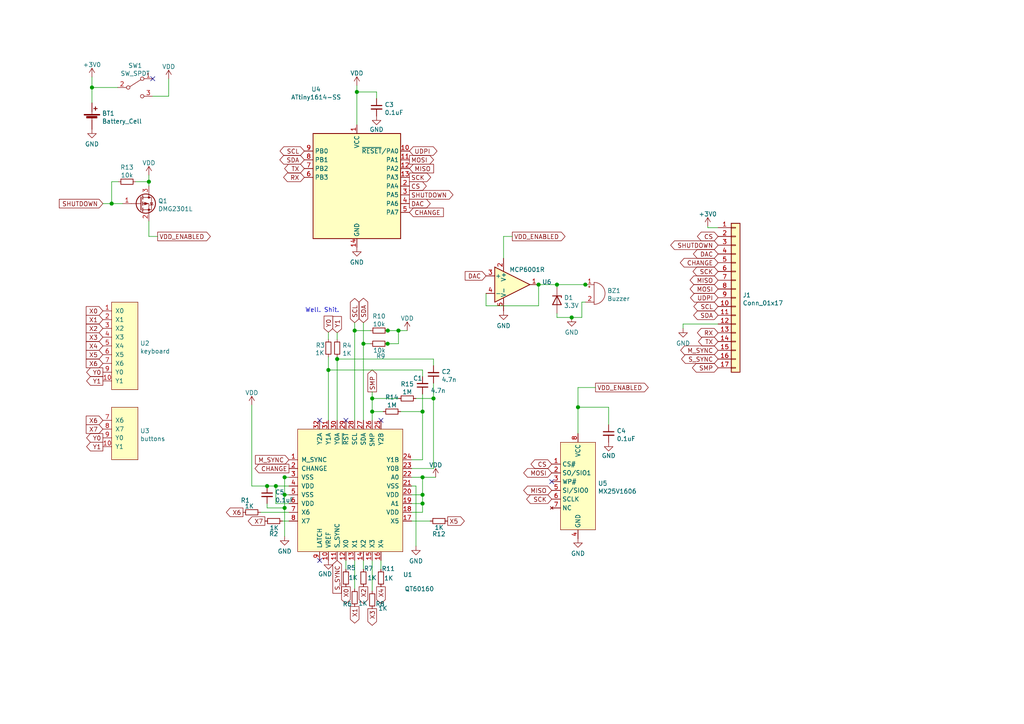
<source format=kicad_sch>
(kicad_sch (version 20210126) (generator eeschema)
  (paper "A4")
  (lib_symbols
    (symbol "Amplifier_Operational:MCP6001R" (pin_names (offset 0.127))
      (property "Reference" "U" (at 0 5.08 0))
      (property "Value" "MCP6001R" (at 0 -5.08 0))
      (symbol "MCP6001R_0_1"
        (polyline (pts (xy -5.08 5.08) (xy 5.08 0) (xy -5.08 -5.08) (xy -5.08 5.08)) (stroke (width 0.254)) (fill (type background)))
        (pin power_in line (at -2.54 7.62 270) (length 3.81) (name "V+") (number "2"))
        (pin power_in line (at -2.54 -7.62 90) (length 3.81) (name "V-") (number "5"))
      )
      (symbol "MCP6001R_1_1"
        (pin output line (at 7.62 0 180) (length 2.54) (name "~") (number "1"))
        (pin input line (at -7.62 2.54 0) (length 2.54) (name "+") (number "3"))
        (pin input line (at -7.62 -2.54 0) (length 2.54) (name "-") (number "4"))
      )
    )
    (symbol "Connector_Generic:Conn_01x17" (pin_names (offset 1.016) hide)
      (property "Reference" "J" (at 0 22.86 0))
      (property "Value" "Conn_01x17" (at 0 -22.86 0))
      (symbol "Conn_01x17_1_1"
        (rectangle (start -1.27 -20.193) (end 0 -20.447) (stroke (width 0.1524)))
        (rectangle (start -1.27 -17.653) (end 0 -17.907) (stroke (width 0.1524)))
        (rectangle (start -1.27 -15.113) (end 0 -15.367) (stroke (width 0.1524)))
        (rectangle (start -1.27 -12.573) (end 0 -12.827) (stroke (width 0.1524)))
        (rectangle (start -1.27 -10.033) (end 0 -10.287) (stroke (width 0.1524)))
        (rectangle (start -1.27 -7.493) (end 0 -7.747) (stroke (width 0.1524)))
        (rectangle (start -1.27 -4.953) (end 0 -5.207) (stroke (width 0.1524)))
        (rectangle (start -1.27 -2.413) (end 0 -2.667) (stroke (width 0.1524)))
        (rectangle (start -1.27 0.127) (end 0 -0.127) (stroke (width 0.1524)))
        (rectangle (start -1.27 2.667) (end 0 2.413) (stroke (width 0.1524)))
        (rectangle (start -1.27 5.207) (end 0 4.953) (stroke (width 0.1524)))
        (rectangle (start -1.27 7.747) (end 0 7.493) (stroke (width 0.1524)))
        (rectangle (start -1.27 10.287) (end 0 10.033) (stroke (width 0.1524)))
        (rectangle (start -1.27 12.827) (end 0 12.573) (stroke (width 0.1524)))
        (rectangle (start -1.27 15.367) (end 0 15.113) (stroke (width 0.1524)))
        (rectangle (start -1.27 17.907) (end 0 17.653) (stroke (width 0.1524)))
        (rectangle (start -1.27 20.447) (end 0 20.193) (stroke (width 0.1524)))
        (rectangle (start -1.27 21.59) (end 1.27 -21.59) (stroke (width 0.254)) (fill (type background)))
        (pin passive line (at -5.08 20.32 0) (length 3.81) (name "Pin_1") (number "1"))
        (pin passive line (at -5.08 -2.54 0) (length 3.81) (name "Pin_10") (number "10"))
        (pin passive line (at -5.08 -5.08 0) (length 3.81) (name "Pin_11") (number "11"))
        (pin passive line (at -5.08 -7.62 0) (length 3.81) (name "Pin_12") (number "12"))
        (pin passive line (at -5.08 -10.16 0) (length 3.81) (name "Pin_13") (number "13"))
        (pin passive line (at -5.08 -12.7 0) (length 3.81) (name "Pin_14") (number "14"))
        (pin passive line (at -5.08 -15.24 0) (length 3.81) (name "Pin_15") (number "15"))
        (pin passive line (at -5.08 -17.78 0) (length 3.81) (name "Pin_16") (number "16"))
        (pin passive line (at -5.08 -20.32 0) (length 3.81) (name "Pin_17") (number "17"))
        (pin passive line (at -5.08 17.78 0) (length 3.81) (name "Pin_2") (number "2"))
        (pin passive line (at -5.08 15.24 0) (length 3.81) (name "Pin_3") (number "3"))
        (pin passive line (at -5.08 12.7 0) (length 3.81) (name "Pin_4") (number "4"))
        (pin passive line (at -5.08 10.16 0) (length 3.81) (name "Pin_5") (number "5"))
        (pin passive line (at -5.08 7.62 0) (length 3.81) (name "Pin_6") (number "6"))
        (pin passive line (at -5.08 5.08 0) (length 3.81) (name "Pin_7") (number "7"))
        (pin passive line (at -5.08 2.54 0) (length 3.81) (name "Pin_8") (number "8"))
        (pin passive line (at -5.08 0 0) (length 3.81) (name "Pin_9") (number "9"))
      )
    )
    (symbol "Device:Battery_Cell" (pin_numbers hide) (pin_names (offset 0) hide)
      (property "Reference" "BT" (at 2.54 2.54 0))
      (property "Value" "Battery_Cell" (at 2.54 0 0))
      (symbol "Battery_Cell_0_1"
        (rectangle (start -2.286 1.778) (end 2.286 1.524) (fill (type outline)))
        (rectangle (start -1.5748 1.1938) (end 1.4732 0.6858) (fill (type outline)))
        (polyline (pts (xy 0 0.762) (xy 0 0)))
        (polyline (pts (xy 0 1.778) (xy 0 2.54)))
        (polyline (pts (xy 0.508 3.429) (xy 1.524 3.429)) (stroke (width 0.254)))
        (polyline (pts (xy 1.016 3.937) (xy 1.016 2.921)) (stroke (width 0.254)))
      )
      (symbol "Battery_Cell_1_1"
        (pin passive line (at 0 5.08 270) (length 2.54) (name "+") (number "1"))
        (pin passive line (at 0 -2.54 90) (length 2.54) (name "-") (number "2"))
      )
    )
    (symbol "Device:Buzzer" (pin_names (offset 0.0254) hide)
      (property "Reference" "BZ" (at 3.81 1.27 0))
      (property "Value" "Buzzer" (at 3.81 -1.27 0))
      (symbol "Buzzer_0_1"
        (arc (start 0 -3.175) (end 0 3.175) (radius (at 0 0) (length 3.175) (angles -89.9 89.9)))
        (polyline (pts (xy -1.651 1.905) (xy -1.143 1.905)))
        (polyline (pts (xy -1.397 2.159) (xy -1.397 1.651)))
        (polyline (pts (xy 0 3.175) (xy 0 -3.175)))
      )
      (symbol "Buzzer_1_1"
        (pin passive line (at -2.54 2.54 0) (length 2.54) (name "-") (number "1"))
        (pin passive line (at -2.54 -2.54 0) (length 2.54) (name "+") (number "2"))
      )
    )
    (symbol "Device:C_Small" (pin_numbers hide) (pin_names (offset 0.254) hide)
      (property "Reference" "C" (at 0.254 1.778 0))
      (property "Value" "C_Small" (at 0.254 -2.032 0))
      (symbol "C_Small_0_1"
        (polyline (pts (xy -1.524 -0.508) (xy 1.524 -0.508)) (stroke (width 0.3302)))
        (polyline (pts (xy -1.524 0.508) (xy 1.524 0.508)) (stroke (width 0.3048)))
      )
      (symbol "C_Small_1_1"
        (pin passive line (at 0 2.54 270) (length 2.032) (name "~") (number "1"))
        (pin passive line (at 0 -2.54 90) (length 2.032) (name "~") (number "2"))
      )
    )
    (symbol "Device:D_Zener" (pin_numbers hide) (pin_names (offset 1.016) hide)
      (property "Reference" "D" (at 0 2.54 0))
      (property "Value" "D_Zener" (at 0 -2.54 0))
      (symbol "D_Zener_0_1"
        (polyline (pts (xy 1.27 0) (xy -1.27 0)))
        (polyline (pts (xy -1.27 -1.27) (xy -1.27 1.27) (xy -0.762 1.27)) (stroke (width 0.254)))
        (polyline (pts (xy 1.27 -1.27) (xy 1.27 1.27) (xy -1.27 0) (xy 1.27 -1.27)) (stroke (width 0.254)))
      )
      (symbol "D_Zener_1_1"
        (pin passive line (at -3.81 0 0) (length 2.54) (name "K") (number "1"))
        (pin passive line (at 3.81 0 180) (length 2.54) (name "A") (number "2"))
      )
    )
    (symbol "Device:R_Small" (pin_numbers hide) (pin_names (offset 0.254) hide)
      (property "Reference" "R" (at 0.762 0.508 0))
      (property "Value" "R_Small" (at 0.762 -1.016 0))
      (symbol "R_Small_0_1"
        (rectangle (start -0.762 1.778) (end 0.762 -1.778) (stroke (width 0.2032)))
      )
      (symbol "R_Small_1_1"
        (pin passive line (at 0 2.54 270) (length 0.762) (name "~") (number "1"))
        (pin passive line (at 0 -2.54 90) (length 0.762) (name "~") (number "2"))
      )
    )
    (symbol "MCU_Microchip_ATtiny:ATtiny1614-SS"
      (property "Reference" "U" (at -12.7 16.51 0))
      (property "Value" "ATtiny1614-SS" (at 2.54 -16.51 0))
      (symbol "ATtiny1614-SS_0_1"
        (rectangle (start -12.7 -15.24) (end 12.7 15.24) (stroke (width 0.254)) (fill (type background)))
      )
      (symbol "ATtiny1614-SS_1_1"
        (pin power_in line (at 0 17.78 270) (length 2.54) (name "VCC") (number "1"))
        (pin bidirectional line (at 15.24 10.16 180) (length 2.54) (name "~RESET~/PA0") (number "10"))
        (pin bidirectional line (at 15.24 7.62 180) (length 2.54) (name "PA1") (number "11"))
        (pin bidirectional line (at 15.24 5.08 180) (length 2.54) (name "PA2") (number "12"))
        (pin bidirectional line (at 15.24 2.54 180) (length 2.54) (name "PA3") (number "13"))
        (pin power_in line (at 0 -17.78 90) (length 2.54) (name "GND") (number "14"))
        (pin bidirectional line (at 15.24 0 180) (length 2.54) (name "PA4") (number "2"))
        (pin bidirectional line (at 15.24 -2.54 180) (length 2.54) (name "PA5") (number "3"))
        (pin bidirectional line (at 15.24 -5.08 180) (length 2.54) (name "PA6") (number "4"))
        (pin bidirectional line (at 15.24 -7.62 180) (length 2.54) (name "PA7") (number "5"))
        (pin bidirectional line (at -15.24 2.54 0) (length 2.54) (name "PB3") (number "6"))
        (pin bidirectional line (at -15.24 5.08 0) (length 2.54) (name "PB2") (number "7"))
        (pin bidirectional line (at -15.24 7.62 0) (length 2.54) (name "PB1") (number "8"))
        (pin bidirectional line (at -15.24 10.16 0) (length 2.54) (name "PB0") (number "9"))
      )
    )
    (symbol "MX25V1606:MX25V1606"
      (property "Reference" "U" (at 2.54 13.97 0))
      (property "Value" "MX25V1606" (at 6.35 -15.24 0))
      (symbol "MX25V1606_0_0"
        (rectangle (start -5.08 12.7) (end 5.08 -12.7) (stroke (width 0.1524)) (fill (type background)))
      )
      (symbol "MX25V1606_1_1"
        (pin input line (at -7.62 6.35 0) (length 2.54) (name "CS#") (number "1"))
        (pin output line (at -7.62 3.81 0) (length 2.54) (name "SO/SIO1") (number "2"))
        (pin input line (at -7.62 1.27 0) (length 2.54) (name "WP#") (number "3"))
        (pin power_in line (at 0 -15.24 90) (length 2.54) (name "GND") (number "4"))
        (pin input line (at -7.62 -1.27 0) (length 2.54) (name "SI/SIO0") (number "5"))
        (pin input line (at -7.62 -3.81 0) (length 2.54) (name "SCLK") (number "6"))
        (pin no_connect line (at -7.62 -6.35 0) (length 2.54) (name "NC") (number "7"))
        (pin power_in line (at 0 15.24 270) (length 2.54) (name "VCC") (number "8"))
      )
    )
    (symbol "QT60160:QT60160" (pin_names (offset 1.016))
      (property "Reference" "U" (at 0 31.75 0))
      (property "Value" "QT60160" (at -1.27 -27.94 0))
      (symbol "QT60160_0_1"
        (rectangle (start -15.24 17.78) (end 15.24 -17.78) (fill (type background)))
      )
      (symbol "QT60160_1_1"
        (pin input line (at -17.78 8.89 0) (length 2.54) (name "M_SYNC") (number "1"))
        (pin input line (at -6.35 -20.32 90) (length 2.54) (name "VREF") (number "10"))
        (pin output line (at -3.81 -20.32 90) (length 2.54) (name "S_SYNC") (number "11"))
        (pin output line (at -1.27 -20.32 90) (length 2.54) (name "X0") (number "12"))
        (pin output line (at 1.27 -20.32 90) (length 2.54) (name "X1") (number "13"))
        (pin output line (at 3.81 -20.32 90) (length 2.54) (name "X2") (number "14"))
        (pin output line (at 6.35 -20.32 90) (length 2.54) (name "X3") (number "15"))
        (pin output line (at 8.89 -20.32 90) (length 2.54) (name "X4") (number "16"))
        (pin output line (at 17.78 -8.89 180) (length 2.54) (name "X5") (number "17"))
        (pin power_in line (at 17.78 -6.35 180) (length 2.54) (name "VDD") (number "18"))
        (pin input line (at 17.78 -3.81 180) (length 2.54) (name "A1") (number "19"))
        (pin output line (at -17.78 6.35 0) (length 2.54) (name "CHANGE") (number "2"))
        (pin power_in line (at 17.78 -1.27 180) (length 2.54) (name "VDD") (number "20"))
        (pin power_in line (at 17.78 1.27 180) (length 2.54) (name "VSS") (number "21"))
        (pin input line (at 17.78 3.81 180) (length 2.54) (name "A0") (number "22"))
        (pin input line (at 17.78 6.35 180) (length 2.54) (name "Y0B") (number "23"))
        (pin input line (at 17.78 8.89 180) (length 2.54) (name "Y1B") (number "24"))
        (pin input line (at 8.89 20.32 270) (length 2.54) (name "Y2B") (number "25"))
        (pin output line (at 6.35 20.32 270) (length 2.54) (name "SMP") (number "26"))
        (pin bidirectional line (at 3.81 20.32 270) (length 2.54) (name "SDA") (number "27"))
        (pin bidirectional line (at 1.27 20.32 270) (length 2.54) (name "SCL") (number "28"))
        (pin input line (at -1.27 20.32 270) (length 2.54) (name "~RST") (number "29"))
        (pin power_in line (at -17.78 3.81 0) (length 2.54) (name "VSS") (number "3"))
        (pin input line (at -3.81 20.32 270) (length 2.54) (name "Y0A") (number "30"))
        (pin input line (at -6.35 20.32 270) (length 2.54) (name "Y1A") (number "31"))
        (pin input line (at -8.89 20.32 270) (length 2.54) (name "Y2A") (number "32"))
        (pin power_in line (at -17.78 1.27 0) (length 2.54) (name "VDD") (number "4"))
        (pin power_in line (at -17.78 -1.27 0) (length 2.54) (name "VSS") (number "5"))
        (pin power_in line (at -17.78 -3.81 0) (length 2.54) (name "VDD") (number "6"))
        (pin output line (at -17.78 -6.35 0) (length 2.54) (name "X6") (number "7"))
        (pin output line (at -17.78 -8.89 0) (length 2.54) (name "X7") (number "8"))
        (pin output line (at -8.89 -20.32 90) (length 2.54) (name "LATCH") (number "9"))
      )
    )
    (symbol "Switch:SW_SPDT" (pin_names (offset 0) hide)
      (property "Reference" "SW" (at 0 4.318 0))
      (property "Value" "SW_SPDT" (at 0 -5.08 0))
      (symbol "SW_SPDT_0_0"
        (circle (center -2.032 0) (radius 0.508))
        (circle (center 2.032 -2.54) (radius 0.508))
      )
      (symbol "SW_SPDT_0_1"
        (circle (center 2.032 2.54) (radius 0.508))
        (polyline (pts (xy -1.524 0.254) (xy 1.651 2.286)))
      )
      (symbol "SW_SPDT_1_1"
        (pin passive line (at 5.08 2.54 180) (length 2.54) (name "A") (number "1"))
        (pin passive line (at -5.08 0 0) (length 2.54) (name "B") (number "2"))
        (pin passive line (at 5.08 -2.54 180) (length 2.54) (name "C") (number "3"))
      )
    )
    (symbol "Transistor_FET:DMG2301L" (pin_names hide)
      (property "Reference" "Q" (at 5.08 1.905 0))
      (property "Value" "DMG2301L" (at 5.08 0 0))
      (symbol "DMG2301L_0_1"
        (circle (center 1.651 0) (radius 2.794) (stroke (width 0.254)))
        (circle (center 2.54 -1.778) (radius 0.254) (fill (type outline)))
        (circle (center 2.54 1.778) (radius 0.254) (fill (type outline)))
        (polyline (pts (xy 0.254 0) (xy -2.54 0)))
        (polyline (pts (xy 0.254 1.905) (xy 0.254 -1.905)) (stroke (width 0.254)))
        (polyline (pts (xy 0.762 -1.27) (xy 0.762 -2.286)) (stroke (width 0.254)))
        (polyline (pts (xy 0.762 0.508) (xy 0.762 -0.508)) (stroke (width 0.254)))
        (polyline (pts (xy 0.762 2.286) (xy 0.762 1.27)) (stroke (width 0.254)))
        (polyline (pts (xy 2.54 2.54) (xy 2.54 1.778)))
        (polyline (pts (xy 2.54 -2.54) (xy 2.54 0) (xy 0.762 0)))
        (polyline (pts (xy 0.762 1.778) (xy 3.302 1.778) (xy 3.302 -1.778) (xy 0.762 -1.778)))
        (polyline (pts (xy 2.794 -0.508) (xy 2.921 -0.381) (xy 3.683 -0.381) (xy 3.81 -0.254)))
        (polyline (pts (xy 3.302 -0.381) (xy 2.921 0.254) (xy 3.683 0.254) (xy 3.302 -0.381)))
        (polyline (pts (xy 2.286 0) (xy 1.27 0.381) (xy 1.27 -0.381) (xy 2.286 0)) (fill (type outline)))
      )
      (symbol "DMG2301L_1_1"
        (pin input line (at -5.08 0 0) (length 2.54) (name "G") (number "1"))
        (pin passive line (at 2.54 -5.08 90) (length 2.54) (name "S") (number "2"))
        (pin passive line (at 2.54 5.08 270) (length 2.54) (name "D") (number "3"))
      )
    )
    (symbol "keyboard-13:buttons" (pin_names (offset 1.016))
      (property "Reference" "U" (at 0 13.97 0))
      (property "Value" "buttons" (at 0 -13.97 0))
      (symbol "buttons_0_1"
        (rectangle (start -3.81 7.62) (end 3.81 -7.62) (fill (type background)))
      )
      (symbol "buttons_1_1"
        (pin input line (at -6.35 -3.81 0) (length 2.54) (name "Y1") (number "10"))
        (pin input line (at -6.35 3.81 0) (length 2.54) (name "X6") (number "7"))
        (pin input line (at -6.35 1.27 0) (length 2.54) (name "X7") (number "8"))
        (pin input line (at -6.35 -1.27 0) (length 2.54) (name "Y0") (number "9"))
      )
    )
    (symbol "keyboard-13:keyboard" (pin_names (offset 1.016))
      (property "Reference" "U" (at 0 15.24 0))
      (property "Value" "keyboard" (at 0 -16.51 0))
      (symbol "keyboard_0_1"
        (rectangle (start -3.81 12.7) (end 3.81 -12.7) (fill (type background)))
      )
      (symbol "keyboard_1_1"
        (pin input line (at -6.35 10.16 0) (length 2.54) (name "X0") (number "1"))
        (pin input line (at -6.35 -10.16 0) (length 2.54) (name "Y1") (number "10"))
        (pin input line (at -6.35 7.62 0) (length 2.54) (name "X1") (number "2"))
        (pin input line (at -6.35 5.08 0) (length 2.54) (name "X2") (number "3"))
        (pin input line (at -6.35 2.54 0) (length 2.54) (name "X3") (number "4"))
        (pin input line (at -6.35 0 0) (length 2.54) (name "X4") (number "5"))
        (pin input line (at -6.35 -2.54 0) (length 2.54) (name "X5") (number "6"))
        (pin input line (at -6.35 -5.08 0) (length 2.54) (name "X6") (number "7"))
        (pin input line (at -6.35 -7.62 0) (length 2.54) (name "Y0") (number "9"))
      )
    )
    (symbol "power:+3V0" (power) (pin_names (offset 0))
      (property "Value" "+3V0" (at 0 3.556 0))
      (symbol "+3V0_0_1"
        (polyline (pts (xy -0.762 1.27) (xy 0 2.54)))
        (polyline (pts (xy 0 0) (xy 0 2.54)))
        (polyline (pts (xy 0 2.54) (xy 0.762 1.27)))
      )
      (symbol "+3V0_1_1"
        (pin power_in line (at 0 0 90) (length 0) hide (name "+3V0") (number "1"))
      )
    )
    (symbol "power:GND" (power) (pin_names (offset 0))
      (property "Value" "GND" (at 0 -3.81 0))
      (symbol "GND_0_1"
        (polyline (pts (xy 0 0) (xy 0 -1.27) (xy 1.27 -1.27) (xy 0 -2.54) (xy -1.27 -1.27) (xy 0 -1.27)))
      )
      (symbol "GND_1_1"
        (pin power_in line (at 0 0 270) (length 0) hide (name "GND") (number "1"))
      )
    )
    (symbol "power:VDD" (power) (pin_names (offset 0))
      (property "Value" "VDD" (at 0 3.81 0))
      (symbol "VDD_0_1"
        (polyline (pts (xy -0.762 1.27) (xy 0 2.54)))
        (polyline (pts (xy 0 0) (xy 0 2.54)))
        (polyline (pts (xy 0 2.54) (xy 0.762 1.27)))
      )
      (symbol "VDD_1_1"
        (pin power_in line (at 0 0 90) (length 0) hide (name "VDD") (number "1"))
      )
    )
  )
  (junction (at 26.67 25.3746) (diameter 1.016))
  (junction (at 32.385 59.055) (diameter 1.016))
  (junction (at 43.18 52.705) (diameter 1.016))
  (junction (at 77.47 140.97) (diameter 1.016))
  (junction (at 80.01 140.97) (diameter 1.016))
  (junction (at 82.55 138.43) (diameter 1.016))
  (junction (at 82.55 143.51) (diameter 1.016))
  (junction (at 82.55 147.32) (diameter 1.016))
  (junction (at 95.25 107.315) (diameter 1.016))
  (junction (at 97.79 104.14) (diameter 1.016))
  (junction (at 102.87 95.885) (diameter 1.016))
  (junction (at 103.505 26.67) (diameter 1.016))
  (junction (at 105.41 99.695) (diameter 1.016))
  (junction (at 107.95 115.57) (diameter 1.016))
  (junction (at 107.95 119.38) (diameter 1.016))
  (junction (at 112.4204 99.695) (diameter 1.016))
  (junction (at 112.4712 95.885) (diameter 1.016))
  (junction (at 115.57 95.885) (diameter 1.016))
  (junction (at 122.555 119.38) (diameter 1.016))
  (junction (at 122.555 138.43) (diameter 1.016))
  (junction (at 122.555 143.51) (diameter 1.016))
  (junction (at 122.555 146.05) (diameter 1.016))
  (junction (at 125.73 115.57) (diameter 1.016))
  (junction (at 156.21 82.55) (diameter 1.016))
  (junction (at 161.544 82.55) (diameter 1.016))
  (junction (at 165.8112 92.075) (diameter 1.016))
  (junction (at 167.64 118.11) (diameter 1.016))
  (junction (at 169.7736 82.55) (diameter 1.016))
  (no_connect (at 44.2976 22.8346))
  (no_connect (at 92.71 121.92))
  (no_connect (at 92.71 162.56))
  (no_connect (at 100.33 121.92))
  (no_connect (at 110.49 121.92))
  (no_connect (at 160.02 139.7))
  (wire (pts (xy 26.67 22.3266) (xy 26.67 25.3746)))
  (wire (pts (xy 26.67 25.3746) (xy 34.1376 25.3746)))
  (wire (pts (xy 26.67 29.845) (xy 26.67 25.3746)))
  (wire (pts (xy 29.845 59.055) (xy 32.385 59.055)))
  (wire (pts (xy 32.385 52.705) (xy 32.385 59.055)))
  (wire (pts (xy 32.385 59.055) (xy 35.56 59.055)))
  (wire (pts (xy 34.29 52.705) (xy 32.385 52.705)))
  (wire (pts (xy 39.37 52.705) (xy 43.18 52.705)))
  (wire (pts (xy 43.18 50.8) (xy 43.18 52.705)))
  (wire (pts (xy 43.18 52.705) (xy 43.18 53.975)))
  (wire (pts (xy 43.18 64.135) (xy 43.18 68.58)))
  (wire (pts (xy 43.18 68.58) (xy 45.72 68.58)))
  (wire (pts (xy 44.2976 27.9146) (xy 48.9204 27.9146)))
  (wire (pts (xy 48.9204 27.9146) (xy 48.9204 22.8854)))
  (wire (pts (xy 73.025 117.475) (xy 73.025 140.97)))
  (wire (pts (xy 73.025 140.97) (xy 77.47 140.97)))
  (wire (pts (xy 75.565 148.59) (xy 83.82 148.59)))
  (wire (pts (xy 77.47 140.97) (xy 80.01 140.97)))
  (wire (pts (xy 77.47 146.05) (xy 77.47 147.32)))
  (wire (pts (xy 77.47 147.32) (xy 82.55 147.32)))
  (wire (pts (xy 80.01 140.97) (xy 80.01 146.05)))
  (wire (pts (xy 80.01 140.97) (xy 83.82 140.97)))
  (wire (pts (xy 80.01 146.05) (xy 83.82 146.05)))
  (wire (pts (xy 81.915 151.13) (xy 83.82 151.13)))
  (wire (pts (xy 82.55 138.4046) (xy 82.55 138.43)))
  (wire (pts (xy 82.55 138.43) (xy 82.55 143.51)))
  (wire (pts (xy 82.55 138.43) (xy 83.82 138.43)))
  (wire (pts (xy 82.55 143.51) (xy 82.55 147.32)))
  (wire (pts (xy 82.55 143.51) (xy 83.82 143.51)))
  (wire (pts (xy 82.55 147.32) (xy 82.55 155.575)))
  (wire (pts (xy 95.25 96.393) (xy 95.25 98.425)))
  (wire (pts (xy 95.25 103.505) (xy 95.25 107.315)))
  (wire (pts (xy 95.25 107.315) (xy 95.25 121.92)))
  (wire (pts (xy 97.79 96.52) (xy 97.79 98.425)))
  (wire (pts (xy 97.79 103.505) (xy 97.79 104.14)))
  (wire (pts (xy 97.79 104.14) (xy 97.79 121.92)))
  (wire (pts (xy 100.33 162.56) (xy 100.33 165.1)))
  (wire (pts (xy 102.87 93.599) (xy 102.87 95.885)))
  (wire (pts (xy 102.87 95.885) (xy 102.87 121.92)))
  (wire (pts (xy 102.87 95.885) (xy 107.3912 95.885)))
  (wire (pts (xy 102.87 162.56) (xy 102.87 170.815)))
  (wire (pts (xy 103.505 24.7904) (xy 103.505 26.67)))
  (wire (pts (xy 103.505 26.67) (xy 103.505 36.195)))
  (wire (pts (xy 105.41 93.599) (xy 105.41 99.695)))
  (wire (pts (xy 105.41 99.695) (xy 105.41 121.92)))
  (wire (pts (xy 105.41 99.695) (xy 107.3404 99.695)))
  (wire (pts (xy 105.41 162.56) (xy 105.41 165.1)))
  (wire (pts (xy 107.95 113.665) (xy 107.95 115.57)))
  (wire (pts (xy 107.95 115.57) (xy 107.95 119.38)))
  (wire (pts (xy 107.95 115.57) (xy 115.57 115.57)))
  (wire (pts (xy 107.95 119.38) (xy 107.95 121.92)))
  (wire (pts (xy 107.95 119.38) (xy 111.125 119.38)))
  (wire (pts (xy 107.95 162.56) (xy 107.95 171.45)))
  (wire (pts (xy 109.22 26.67) (xy 103.505 26.67)))
  (wire (pts (xy 109.22 28.575) (xy 109.22 26.67)))
  (wire (pts (xy 110.49 162.56) (xy 110.49 165.1)))
  (wire (pts (xy 112.395 95.885) (xy 112.4712 95.885)))
  (wire (pts (xy 112.395 99.695) (xy 112.4204 99.695)))
  (wire (pts (xy 112.4204 99.695) (xy 115.57 99.695)))
  (wire (pts (xy 112.4712 95.885) (xy 115.57 95.885)))
  (wire (pts (xy 115.57 95.885) (xy 118.11 95.885)))
  (wire (pts (xy 115.57 99.695) (xy 115.57 95.885)))
  (wire (pts (xy 116.205 119.38) (xy 122.555 119.38)))
  (wire (pts (xy 119.38 133.35) (xy 122.555 133.35)))
  (wire (pts (xy 119.38 135.89) (xy 125.73 135.89)))
  (wire (pts (xy 119.38 138.43) (xy 122.555 138.43)))
  (wire (pts (xy 119.38 140.97) (xy 120.65 140.97)))
  (wire (pts (xy 119.38 143.51) (xy 122.555 143.51)))
  (wire (pts (xy 119.38 146.05) (xy 122.555 146.05)))
  (wire (pts (xy 119.38 148.59) (xy 122.555 148.59)))
  (wire (pts (xy 119.38 151.13) (xy 124.7648 151.13)))
  (wire (pts (xy 120.65 115.57) (xy 125.73 115.57)))
  (wire (pts (xy 120.65 140.97) (xy 120.65 158.3944)))
  (wire (pts (xy 122.555 107.315) (xy 95.25 107.315)))
  (wire (pts (xy 122.555 109.22) (xy 122.555 107.315)))
  (wire (pts (xy 122.555 114.3) (xy 122.555 119.38)))
  (wire (pts (xy 122.555 119.38) (xy 122.555 133.35)))
  (wire (pts (xy 122.555 138.43) (xy 126.365 138.43)))
  (wire (pts (xy 122.555 143.51) (xy 122.555 138.43)))
  (wire (pts (xy 122.555 146.05) (xy 122.555 143.51)))
  (wire (pts (xy 122.555 148.59) (xy 122.555 146.05)))
  (wire (pts (xy 125.73 104.14) (xy 97.79 104.14)))
  (wire (pts (xy 125.73 106.045) (xy 125.73 104.14)))
  (wire (pts (xy 125.73 111.125) (xy 125.73 115.57)))
  (wire (pts (xy 125.73 115.57) (xy 125.73 135.89)))
  (wire (pts (xy 140.97 88.6968) (xy 140.97 85.09)))
  (wire (pts (xy 146.05 68.58) (xy 146.05 74.93)))
  (wire (pts (xy 148.59 68.58) (xy 146.05 68.58)))
  (wire (pts (xy 156.21 82.55) (xy 156.21 88.6968)))
  (wire (pts (xy 156.21 82.55) (xy 161.544 82.55)))
  (wire (pts (xy 156.21 88.6968) (xy 140.97 88.6968)))
  (wire (pts (xy 161.544 82.55) (xy 161.544 83.2866)))
  (wire (pts (xy 161.544 82.55) (xy 169.7736 82.55)))
  (wire (pts (xy 161.544 90.9066) (xy 161.544 92.075)))
  (wire (pts (xy 161.544 92.075) (xy 165.8112 92.075)))
  (wire (pts (xy 167.64 112.395) (xy 167.64 118.11)))
  (wire (pts (xy 167.64 118.11) (xy 167.64 125.73)))
  (wire (pts (xy 167.64 118.11) (xy 176.53 118.11)))
  (wire (pts (xy 168.7576 87.63) (xy 168.7576 92.075)))
  (wire (pts (xy 168.7576 92.075) (xy 165.8112 92.075)))
  (wire (pts (xy 169.7736 82.55) (xy 169.799 82.55)))
  (wire (pts (xy 169.7736 87.63) (xy 168.7576 87.63)))
  (wire (pts (xy 172.72 112.395) (xy 167.64 112.395)))
  (wire (pts (xy 176.53 123.19) (xy 176.53 118.11)))
  (wire (pts (xy 198.12 93.98) (xy 198.12 95.25)))
  (wire (pts (xy 205.2828 66.04) (xy 205.2828 65.6336)))
  (wire (pts (xy 208.28 66.04) (xy 205.2828 66.04)))
  (wire (pts (xy 208.28 93.98) (xy 198.12 93.98)))
  (text "Well. Shit." (at 98.425 90.805 180) (effects (font (size 1.27 1.27)) (justify right bottom)))
  (global_label "SHUTDOWN" (shape input) (at 29.845 59.055 180) (property "Intersheet References" "${INTERSHEET_REFS}" (effects hide)))
  (global_label "X0" (shape input) (at 29.845 90.17 180) (property "Intersheet References" "${INTERSHEET_REFS}" (effects hide)))
  (global_label "X1" (shape input) (at 29.845 92.71 180) (property "Intersheet References" "${INTERSHEET_REFS}" (effects hide)))
  (global_label "X2" (shape input) (at 29.845 95.25 180) (property "Intersheet References" "${INTERSHEET_REFS}" (effects hide)))
  (global_label "X3" (shape input) (at 29.845 97.79 180) (property "Intersheet References" "${INTERSHEET_REFS}" (effects hide)))
  (global_label "X4" (shape input) (at 29.845 100.33 180) (property "Intersheet References" "${INTERSHEET_REFS}" (effects hide)))
  (global_label "X5" (shape input) (at 29.845 102.87 180) (property "Intersheet References" "${INTERSHEET_REFS}" (effects hide)))
  (global_label "X6" (shape input) (at 29.845 105.41 180) (property "Intersheet References" "${INTERSHEET_REFS}" (effects hide)))
  (global_label "Y0" (shape output) (at 29.845 107.95 180) (property "Intersheet References" "${INTERSHEET_REFS}" (effects hide)))
  (global_label "Y1" (shape output) (at 29.845 110.49 180) (property "Intersheet References" "${INTERSHEET_REFS}" (effects hide)))
  (global_label "X6" (shape input) (at 29.845 121.92 180) (property "Intersheet References" "${INTERSHEET_REFS}" (effects hide)))
  (global_label "X7" (shape input) (at 29.845 124.46 180) (property "Intersheet References" "${INTERSHEET_REFS}" (effects hide)))
  (global_label "Y0" (shape output) (at 29.845 127 180) (property "Intersheet References" "${INTERSHEET_REFS}" (effects hide)))
  (global_label "Y1" (shape output) (at 29.845 129.54 180) (property "Intersheet References" "${INTERSHEET_REFS}" (effects hide)))
  (global_label "VDD_ENABLED" (shape output) (at 45.72 68.58 0) (property "Intersheet References" "${INTERSHEET_REFS}" (effects hide)))
  (global_label "X6" (shape output) (at 70.485 148.59 180) (property "Intersheet References" "${INTERSHEET_REFS}" (effects hide)))
  (global_label "X7" (shape output) (at 76.835 151.13 180) (property "Intersheet References" "${INTERSHEET_REFS}" (effects hide)))
  (global_label "M_SYNC" (shape input) (at 83.82 133.35 180) (property "Intersheet References" "${INTERSHEET_REFS}" (effects hide)))
  (global_label "CHANGE" (shape output) (at 83.82 135.89 180) (property "Intersheet References" "${INTERSHEET_REFS}" (effects hide)))
  (global_label "SCL" (shape bidirectional) (at 88.265 43.815 180) (property "Intersheet References" "${INTERSHEET_REFS}" (effects hide)))
  (global_label "SDA" (shape bidirectional) (at 88.265 46.355 180) (property "Intersheet References" "${INTERSHEET_REFS}" (effects hide)))
  (global_label "TX" (shape bidirectional) (at 88.265 48.895 180) (property "Intersheet References" "${INTERSHEET_REFS}" (effects hide)))
  (global_label "RX" (shape bidirectional) (at 88.265 51.435 180) (property "Intersheet References" "${INTERSHEET_REFS}" (effects hide)))
  (global_label "Y0" (shape input) (at 95.25 96.393 90) (property "Intersheet References" "${INTERSHEET_REFS}" (effects hide)))
  (global_label "Y1" (shape input) (at 97.79 96.52 90) (property "Intersheet References" "${INTERSHEET_REFS}" (effects hide)))
  (global_label "S_SYNC" (shape input) (at 97.79 162.56 270) (property "Intersheet References" "${INTERSHEET_REFS}" (effects hide)))
  (global_label "X0" (shape output) (at 100.33 170.18 270) (property "Intersheet References" "${INTERSHEET_REFS}" (effects hide)))
  (global_label "SCL" (shape bidirectional) (at 102.87 93.599 90) (property "Intersheet References" "${INTERSHEET_REFS}" (effects hide)))
  (global_label "X1" (shape output) (at 102.87 175.895 270) (property "Intersheet References" "${INTERSHEET_REFS}" (effects hide)))
  (global_label "SDA" (shape bidirectional) (at 105.41 93.599 90) (property "Intersheet References" "${INTERSHEET_REFS}" (effects hide)))
  (global_label "X2" (shape output) (at 105.41 170.18 270) (property "Intersheet References" "${INTERSHEET_REFS}" (effects hide)))
  (global_label "SMP" (shape output) (at 107.95 113.665 90) (property "Intersheet References" "${INTERSHEET_REFS}" (effects hide)))
  (global_label "X3" (shape output) (at 107.95 176.53 270) (property "Intersheet References" "${INTERSHEET_REFS}" (effects hide)))
  (global_label "X4" (shape output) (at 110.49 170.18 270) (property "Intersheet References" "${INTERSHEET_REFS}" (effects hide)))
  (global_label "UDPI" (shape bidirectional) (at 118.745 43.815 0) (property "Intersheet References" "${INTERSHEET_REFS}" (effects hide)))
  (global_label "MOSI" (shape output) (at 118.745 46.355 0) (property "Intersheet References" "${INTERSHEET_REFS}" (effects hide)))
  (global_label "MISO" (shape input) (at 118.745 48.895 0) (property "Intersheet References" "${INTERSHEET_REFS}" (effects hide)))
  (global_label "SCK" (shape output) (at 118.745 51.435 0) (property "Intersheet References" "${INTERSHEET_REFS}" (effects hide)))
  (global_label "CS" (shape output) (at 118.745 53.975 0) (property "Intersheet References" "${INTERSHEET_REFS}" (effects hide)))
  (global_label "SHUTDOWN" (shape output) (at 118.745 56.515 0) (property "Intersheet References" "${INTERSHEET_REFS}" (effects hide)))
  (global_label "DAC" (shape output) (at 118.745 59.055 0) (property "Intersheet References" "${INTERSHEET_REFS}" (effects hide)))
  (global_label "CHANGE" (shape input) (at 118.745 61.595 0) (property "Intersheet References" "${INTERSHEET_REFS}" (effects hide)))
  (global_label "X5" (shape output) (at 129.8448 151.13 0) (property "Intersheet References" "${INTERSHEET_REFS}" (effects hide)))
  (global_label "DAC" (shape input) (at 140.97 80.01 180) (property "Intersheet References" "${INTERSHEET_REFS}" (effects hide)))
  (global_label "VDD_ENABLED" (shape output) (at 148.59 68.58 0) (property "Intersheet References" "${INTERSHEET_REFS}" (effects hide)))
  (global_label "CS" (shape bidirectional) (at 160.02 134.62 180) (property "Intersheet References" "${INTERSHEET_REFS}" (effects hide)))
  (global_label "MOSI" (shape bidirectional) (at 160.02 137.16 180) (property "Intersheet References" "${INTERSHEET_REFS}" (effects hide)))
  (global_label "MISO" (shape bidirectional) (at 160.02 142.24 180) (property "Intersheet References" "${INTERSHEET_REFS}" (effects hide)))
  (global_label "SCK" (shape bidirectional) (at 160.02 144.78 180) (property "Intersheet References" "${INTERSHEET_REFS}" (effects hide)))
  (global_label "VDD_ENABLED" (shape output) (at 172.72 112.395 0) (property "Intersheet References" "${INTERSHEET_REFS}" (effects hide)))
  (global_label "CS" (shape bidirectional) (at 208.28 68.58 180) (property "Intersheet References" "${INTERSHEET_REFS}" (effects hide)))
  (global_label "SHUTDOWN" (shape bidirectional) (at 208.28 71.12 180) (property "Intersheet References" "${INTERSHEET_REFS}" (effects hide)))
  (global_label "DAC" (shape bidirectional) (at 208.28 73.66 180) (property "Intersheet References" "${INTERSHEET_REFS}" (effects hide)))
  (global_label "CHANGE" (shape bidirectional) (at 208.28 76.2 180) (property "Intersheet References" "${INTERSHEET_REFS}" (effects hide)))
  (global_label "SCK" (shape bidirectional) (at 208.28 78.74 180) (property "Intersheet References" "${INTERSHEET_REFS}" (effects hide)))
  (global_label "MISO" (shape bidirectional) (at 208.28 81.28 180) (property "Intersheet References" "${INTERSHEET_REFS}" (effects hide)))
  (global_label "MOSI" (shape bidirectional) (at 208.28 83.82 180) (property "Intersheet References" "${INTERSHEET_REFS}" (effects hide)))
  (global_label "UDPI" (shape bidirectional) (at 208.28 86.36 180) (property "Intersheet References" "${INTERSHEET_REFS}" (effects hide)))
  (global_label "SCL" (shape bidirectional) (at 208.28 88.9 180) (property "Intersheet References" "${INTERSHEET_REFS}" (effects hide)))
  (global_label "SDA" (shape bidirectional) (at 208.28 91.44 180) (property "Intersheet References" "${INTERSHEET_REFS}" (effects hide)))
  (global_label "RX" (shape bidirectional) (at 208.28 96.52 180) (property "Intersheet References" "${INTERSHEET_REFS}" (effects hide)))
  (global_label "TX" (shape bidirectional) (at 208.28 99.06 180) (property "Intersheet References" "${INTERSHEET_REFS}" (effects hide)))
  (global_label "M_SYNC" (shape bidirectional) (at 208.28 101.6 180) (property "Intersheet References" "${INTERSHEET_REFS}" (effects hide)))
  (global_label "S_SYNC" (shape bidirectional) (at 208.28 104.14 180) (property "Intersheet References" "${INTERSHEET_REFS}" (effects hide)))
  (global_label "SMP" (shape bidirectional) (at 208.28 106.68 180) (property "Intersheet References" "${INTERSHEET_REFS}" (effects hide)))
  (symbol (lib_id "power:+3V0") (at 26.67 22.3266 0) (unit 1)
    (property "Reference" "#PWR0108" (effects hide))
    (property "Value" "+3V0" (at 26.67 18.7792 0))
  )
  (symbol (lib_id "power:VDD") (at 43.18 50.8 0) (unit 1)
    (property "Reference" "#PWR0112" (effects hide))
    (property "Value" "VDD" (at 43.18 47.2526 0))
  )
  (symbol (lib_id "power:VDD") (at 48.9204 22.8854 0) (unit 1)
    (property "Reference" "#PWR0107" (effects hide))
    (property "Value" "VDD" (at 48.9204 19.338 0))
  )
  (symbol (lib_id "power:VDD") (at 73.025 117.475 0) (unit 1)
    (property "Reference" "#PWR0102" (effects hide))
    (property "Value" "VDD" (at 73.025 113.9276 0))
  )
  (symbol (lib_id "power:VDD") (at 103.505 24.7904 0) (unit 1)
    (property "Reference" "#PWR0117" (effects hide))
    (property "Value" "VDD" (at 103.505 21.243 0))
  )
  (symbol (lib_id "power:VDD") (at 118.11 95.885 0) (unit 1)
    (property "Reference" "#PWR0104" (effects hide))
    (property "Value" "VDD" (at 118.11 92.3376 0))
  )
  (symbol (lib_id "power:VDD") (at 126.365 138.43 0) (unit 1)
    (property "Reference" "#PWR0101" (effects hide))
    (property "Value" "VDD" (at 126.365 134.8826 0))
  )
  (symbol (lib_id "power:+3V0") (at 205.2828 65.6336 0) (unit 1)
    (property "Reference" "#PWR0113" (effects hide))
    (property "Value" "+3V0" (at 205.2828 62.0862 0))
  )
  (symbol (lib_id "power:GND") (at 26.67 37.465 0) (unit 1)
    (property "Reference" "#PWR0109" (effects hide))
    (property "Value" "GND" (at 26.67 41.7894 0))
  )
  (symbol (lib_id "power:GND") (at 82.55 155.575 0) (unit 1)
    (property "Reference" "#PWR0103" (effects hide))
    (property "Value" "GND" (at 82.55 159.8994 0))
  )
  (symbol (lib_id "power:GND") (at 95.25 162.56 0) (unit 1)
    (property "Reference" "#PWR0105" (effects hide))
    (property "Value" "GND" (at 94.2848 166.478 0))
  )
  (symbol (lib_id "power:GND") (at 103.505 71.755 0) (unit 1)
    (property "Reference" "#PWR0110" (effects hide))
    (property "Value" "GND" (at 103.505 76.0794 0))
  )
  (symbol (lib_id "power:GND") (at 109.22 33.655 0) (unit 1)
    (property "Reference" "#PWR0118" (effects hide))
    (property "Value" "GND" (at 109.22 37.573 0))
  )
  (symbol (lib_id "power:GND") (at 120.65 158.3944 0) (unit 1)
    (property "Reference" "#PWR0106" (effects hide))
    (property "Value" "GND" (at 120.65 162.7188 0))
  )
  (symbol (lib_id "power:GND") (at 146.05 90.17 0) (unit 1)
    (property "Reference" "#PWR0115" (effects hide))
    (property "Value" "GND" (at 146.05 94.4944 0))
  )
  (symbol (lib_id "power:GND") (at 165.8112 92.075 0) (unit 1)
    (property "Reference" "#PWR0116" (effects hide))
    (property "Value" "GND" (at 165.8112 96.3994 0))
  )
  (symbol (lib_id "power:GND") (at 167.64 156.21 0) (unit 1)
    (property "Reference" "#PWR0111" (effects hide))
    (property "Value" "GND" (at 167.64 160.5344 0))
  )
  (symbol (lib_id "power:GND") (at 176.53 128.27 0) (unit 1)
    (property "Reference" "#PWR0119" (effects hide))
    (property "Value" "GND" (at 176.53 132.188 0))
  )
  (symbol (lib_id "power:GND") (at 198.12 95.25 0) (unit 1)
    (property "Reference" "#PWR?" (effects hide))
    (property "Value" "GND" (at 198.12 99.5744 0))
  )
  (symbol (lib_id "Device:R_Small") (at 36.83 52.705 270) (mirror x) (unit 1)
    (property "Reference" "R13" (at 36.83 48.5352 90))
    (property "Value" "10k" (at 36.83 50.8339 90))
    (property "Footprint" "Resistor_SMD:R_0603_1608Metric" (effects hide))
  )
  (symbol (lib_id "Device:R_Small") (at 73.025 148.59 90) (unit 1)
    (property "Reference" "R1" (at 71.1454 145.1314 90))
    (property "Value" "1K" (at 72.3138 146.8205 90))
    (property "Footprint" "Resistor_SMD:R_0603_1608Metric" (effects hide))
  )
  (symbol (lib_id "Device:R_Small") (at 79.375 151.13 270) (unit 1)
    (property "Reference" "R2" (at 79.375 154.8342 90))
    (property "Value" "1K" (at 79.5274 153.1197 90))
    (property "Footprint" "Resistor_SMD:R_0603_1608Metric" (effects hide))
  )
  (symbol (lib_id "Device:R_Small") (at 95.25 100.965 0) (unit 1)
    (property "Reference" "R3" (at 91.5671 100.1533 0) (effects (justify left)))
    (property "Value" "1K" (at 91.4147 102.3504 0) (effects (justify left)))
    (property "Footprint" "Resistor_SMD:R_0603_1608Metric" (effects hide))
  )
  (symbol (lib_id "Device:R_Small") (at 97.79 100.965 0) (unit 1)
    (property "Reference" "R4" (at 99.2887 100.2041 0) (effects (justify left)))
    (property "Value" "1K" (at 99.2887 102.5028 0) (effects (justify left)))
    (property "Footprint" "Resistor_SMD:R_0603_1608Metric" (effects hide))
  )
  (symbol (lib_id "Device:R_Small") (at 100.33 167.64 0) (unit 1)
    (property "Reference" "R5" (at 100.5079 164.6947 0) (effects (justify left)))
    (property "Value" "1K" (at 101.0667 167.5522 0) (effects (justify left)))
    (property "Footprint" "Resistor_SMD:R_0603_1608Metric" (effects hide))
  )
  (symbol (lib_id "Device:R_Small") (at 102.87 173.355 0) (unit 1)
    (property "Reference" "R6" (at 99.3903 175.1849 0) (effects (justify left)))
    (property "Value" "1K" (at 103.9115 174.9944 0) (effects (justify left)))
    (property "Footprint" "Resistor_SMD:R_0603_1608Metric" (effects hide))
  )
  (symbol (lib_id "Device:R_Small") (at 105.41 167.64 0) (unit 1)
    (property "Reference" "R7" (at 105.5371 164.8979 0) (effects (justify left)))
    (property "Value" "1K" (at 106.5531 167.603 0) (effects (justify left)))
    (property "Footprint" "Resistor_SMD:R_0603_1608Metric" (effects hide))
  )
  (symbol (lib_id "Device:R_Small") (at 107.95 173.99 0) (unit 1)
    (property "Reference" "R8" (at 108.8899 175.1595 0) (effects (justify left)))
    (property "Value" "1K" (at 109.7027 176.4422 0) (effects (justify left)))
    (property "Footprint" "Resistor_SMD:R_0603_1608Metric" (effects hide))
  )
  (symbol (lib_id "Device:R_Small") (at 109.8804 99.695 90) (unit 1)
    (property "Reference" "R9" (at 110.4392 103.2976 90))
    (property "Value" "10k" (at 110.0328 101.6339 90))
    (property "Footprint" "Resistor_SMD:R_0603_1608Metric" (effects hide))
  )
  (symbol (lib_id "Device:R_Small") (at 109.9312 95.885 270) (mirror x) (unit 1)
    (property "Reference" "R10" (at 109.9312 91.7152 90))
    (property "Value" "10k" (at 109.9312 94.0139 90))
    (property "Footprint" "Resistor_SMD:R_0603_1608Metric" (effects hide))
  )
  (symbol (lib_id "Device:R_Small") (at 110.49 167.64 0) (unit 1)
    (property "Reference" "R11" (at 110.6679 164.9487 0) (effects (justify left)))
    (property "Value" "1K" (at 111.3791 167.7046 0) (effects (justify left)))
    (property "Footprint" "Resistor_SMD:R_0603_1608Metric" (effects hide))
  )
  (symbol (lib_id "Device:R_Small") (at 113.665 119.38 90) (unit 1)
    (property "Reference" "R14" (at 113.665 115.2102 90))
    (property "Value" "1M" (at 113.665 117.5089 90))
    (property "Footprint" "Resistor_SMD:R_0603_1608Metric" (effects hide))
  )
  (symbol (lib_id "Device:R_Small") (at 118.11 115.57 90) (unit 1)
    (property "Reference" "R15" (at 118.11 111.4002 90))
    (property "Value" "1M" (at 118.11 113.6989 90))
    (property "Footprint" "Resistor_SMD:R_0603_1608Metric" (effects hide))
  )
  (symbol (lib_id "Device:R_Small") (at 127.3048 151.13 90) (unit 1)
    (property "Reference" "R12" (at 127.3048 154.885 90))
    (property "Value" "1K" (at 127.3556 153.0181 90))
    (property "Footprint" "Resistor_SMD:R_0603_1608Metric" (effects hide))
  )
  (symbol (lib_id "Device:C_Small") (at 77.47 143.51 0) (unit 1)
    (property "Reference" "C5" (at 79.7942 142.7491 0) (effects (justify left)))
    (property "Value" "0.1uF" (at 79.7942 145.0478 0) (effects (justify left)))
    (property "Footprint" "Capacitor_SMD:C_0603_1608Metric" (effects hide))
  )
  (symbol (lib_id "Device:C_Small") (at 109.22 31.115 0) (unit 1)
    (property "Reference" "C3" (at 111.5442 30.3541 0) (effects (justify left)))
    (property "Value" "0.1uF" (at 111.5442 32.6528 0) (effects (justify left)))
    (property "Footprint" "Capacitor_SMD:C_0603_1608Metric" (effects hide))
  )
  (symbol (lib_id "Device:C_Small") (at 122.555 111.76 180) (unit 1)
    (property "Reference" "C1" (at 119.7992 109.7291 0) (effects (justify right)))
    (property "Value" "4.7n" (at 124.8792 113.2978 0) (effects (justify right)))
    (property "Footprint" "Capacitor_SMD:C_0603_1608Metric" (effects hide))
  )
  (symbol (lib_id "Device:C_Small") (at 125.73 108.585 180) (unit 1)
    (property "Reference" "C2" (at 128.0542 107.8241 0) (effects (justify right)))
    (property "Value" "4.7n" (at 128.0542 110.1228 0) (effects (justify right)))
    (property "Footprint" "Capacitor_SMD:C_0603_1608Metric" (effects hide))
  )
  (symbol (lib_id "Device:C_Small") (at 176.53 125.73 0) (unit 1)
    (property "Reference" "C4" (at 178.8542 124.9691 0) (effects (justify left)))
    (property "Value" "0.1uF" (at 178.8542 127.2678 0) (effects (justify left)))
    (property "Footprint" "Capacitor_SMD:C_0603_1608Metric" (effects hide))
  )
  (symbol (lib_id "Device:D_Zener") (at 161.544 87.0966 270) (unit 1)
    (property "Reference" "D1" (at 163.5761 86.3357 90) (effects (justify left)))
    (property "Value" "3.3V" (at 163.5761 88.6344 90) (effects (justify left)))
    (property "Footprint" "Diode_SMD:D_SOD-323" (effects hide))
    (property "Datasheet" "https://media.digikey.com/pdf/Data%20Sheets/ON%20Semiconductor%20PDFs/MM3ZyyyT1G_SZMM3ZyyyT1G_Series_rev.11_Sep2014.pdf" (effects hide))
  )
  (symbol (lib_id "Device:Battery_Cell") (at 26.67 34.925 0) (unit 1)
    (property "Reference" "BT1" (at 29.5911 32.8941 0) (effects (justify left)))
    (property "Value" "Battery_Cell" (at 29.5911 35.1928 0) (effects (justify left)))
    (property "Footprint" "Battery:BatteryHolder_Keystone_3034_1x20mm" (effects hide))
    (property "Datasheet" "https://www.keyelco.com/userAssets/file/M65p9.pdf" (effects hide))
  )
  (symbol (lib_id "Device:Buzzer") (at 172.3136 85.09 0) (unit 1)
    (property "Reference" "BZ1" (at 176.1237 84.3291 0) (effects (justify left)))
    (property "Value" "Buzzer" (at 176.1237 86.6278 0) (effects (justify left)))
    (property "Footprint" "Buzzer_Beeper:Buzzer_Murata_PKLCS1212E" (effects hide))
    (property "Datasheet" "https://www.murata.com/~/media/webrenewal/support/library/catalog/products/sound/p37e.ashx?la=en-us" (effects hide))
  )
  (symbol (lib_id "Switch:SW_SPDT") (at 39.2176 25.3746 0) (unit 1)
    (property "Reference" "SW1" (at 39.2176 19.0204 0))
    (property "Value" "SW_SPDT" (at 39.2176 21.3191 0))
    (property "Footprint" "Button_Switch_SMD:SW_SPDT_CK-JS102011SAQN" (effects hide))
    (property "Datasheet" "https://www.ckswitches.com/media/1422/js.pdf" (effects hide))
  )
  (symbol (lib_id "Transistor_FET:DMG2301L") (at 40.64 59.055 0) (unit 1)
    (property "Reference" "Q1" (at 45.8471 58.2941 0) (effects (justify left)))
    (property "Value" "DMG2301L" (at 45.8471 60.5928 0) (effects (justify left)))
    (property "Footprint" "Package_TO_SOT_SMD:SOT-23" (effects hide))
    (property "Datasheet" "https://www.diodes.com/assets/Datasheets/DMG2301L.pdf" (effects hide))
  )
  (symbol (lib_id "keyboard-13:buttons") (at 36.195 125.73 0) (unit 1)
    (property "Reference" "U3" (at 40.6401 124.9691 0) (effects (justify left)))
    (property "Value" "buttons" (at 40.6401 127.2678 0) (effects (justify left)))
    (property "Footprint" "keys:3-buttons" (effects hide))
  )
  (symbol (lib_id "Amplifier_Operational:MCP6001R") (at 148.59 82.55 0) (unit 1)
    (property "Reference" "U6" (at 157.2261 81.7891 0) (effects (justify left)))
    (property "Value" "MCP6001R" (at 147.7265 78.195 0) (effects (justify left)))
    (property "Footprint" "Package_TO_SOT_SMD:SOT-23-5" (effects hide))
    (property "Datasheet" "https://ww1.microchip.com/downloads/en/DeviceDoc/MCP6001-1R-1U-2-4-1-MHz-Low-Power-Op-Amp-DS20001733L.pdf" (effects hide))
  )
  (symbol (lib_id "keyboard-13:keyboard") (at 36.195 100.33 0) (unit 1)
    (property "Reference" "U2" (at 40.6401 99.5691 0) (effects (justify left)))
    (property "Value" "keyboard" (at 40.6401 101.8678 0) (effects (justify left)))
    (property "Footprint" "keys:13-keys" (effects hide))
  )
  (symbol (lib_id "Connector_Generic:Conn_01x17") (at 213.36 86.36 0) (unit 1)
    (property "Reference" "J1" (at 215.3921 85.5991 0) (effects (justify left)))
    (property "Value" "Conn_01x17" (at 215.3921 87.8978 0) (effects (justify left)))
    (property "Footprint" "keys:01x17_custom" (effects hide))
  )
  (symbol (lib_id "MX25V1606:MX25V1606") (at 167.64 140.97 0) (unit 1)
    (property "Reference" "U5" (at 173.4313 140.2091 0) (effects (justify left)))
    (property "Value" "MX25V1606" (at 173.4313 142.5078 0) (effects (justify left)))
    (property "Footprint" "Package_SO:SOP-8_3.9x4.9mm_P1.27mm" (effects hide))
  )
  (symbol (lib_id "MCU_Microchip_ATtiny:ATtiny1614-SS") (at 103.505 53.975 0) (unit 1)
    (property "Reference" "U4" (at 91.6686 25.9038 0))
    (property "Value" "ATtiny1614-SS" (at 91.6686 28.2025 0))
    (property "Footprint" "Package_SO:SOIC-14_3.9x8.7mm_P1.27mm" (effects hide))
    (property "Datasheet" "https://ww1.microchip.com/downloads/en/DeviceDoc/ATtiny1614-16-17-DataSheet-DS40002204A.pdf" (effects hide))
  )
  (symbol (lib_id "QT60160:QT60160") (at 101.6 142.24 0) (unit 1)
    (property "Reference" "U1" (at 116.8909 166.6759 0) (effects (justify left)))
    (property "Value" "QT60160" (at 117.3481 170.8034 0) (effects (justify left)))
    (property "Footprint" "Package_DFN_QFN:QFN-32-1EP_5x5mm_P0.5mm_EP3.1x3.1mm" (effects hide))
    (property "Datasheet" "https://ww1.microchip.com/downloads/en/DeviceDoc/qt60240_r8.06.pdf" (effects hide))
  )
)
</source>
